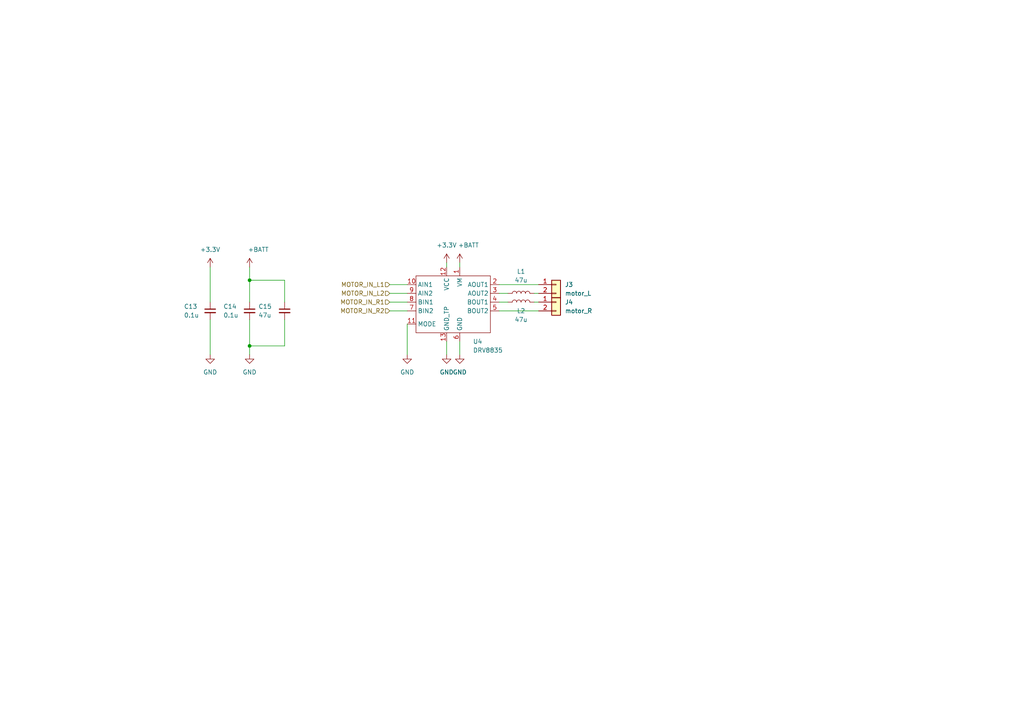
<source format=kicad_sch>
(kicad_sch (version 20231120) (generator "eeschema") (generator_version "8.0")
  (paper "A4")
  (lib_symbols
    (symbol "Connector_Generic:Conn_01x02" (pin_names (offset 1.016) hide)
      (property "Reference" "J" (at 0 2.54 0))
      (property "Value" "Conn_01x02" (at 0 -5.08 0))
      (symbol "Conn_01x02_1_1"
        (rectangle (start -1.27 -2.413) (end 0 -2.667) (stroke (width 0.1524)))
        (rectangle (start -1.27 0.127) (end 0 -0.127) (stroke (width 0.1524)))
        (rectangle (start -1.27 1.27) (end 1.27 -3.81) (stroke (width 0.254)) (fill (type background)))
        (pin passive line (at -5.08 0 0) (length 3.81) (name "Pin_1") (number "1"))
        (pin passive line (at -5.08 -2.54 0) (length 3.81) (name "Pin_2") (number "2"))
      )
    )
    (symbol "Device:C_Small" (pin_numbers hide) (pin_names (offset 0.254) hide)
      (property "Reference" "C" (at 0.254 1.778 0))
      (property "Value" "C_Small" (at 0.254 -2.032 0))
      (symbol "C_Small_0_1"
        (polyline (pts (xy -1.524 -0.508) (xy 1.524 -0.508)) (stroke (width 0.3302)))
        (polyline (pts (xy -1.524 0.508) (xy 1.524 0.508)) (stroke (width 0.3048)))
      )
      (symbol "C_Small_1_1"
        (pin passive line (at 0 2.54 270) (length 2.032) (name "~") (number "1"))
        (pin passive line (at 0 -2.54 90) (length 2.032) (name "~") (number "2"))
      )
    )
    (symbol "Device:L" (pin_numbers hide) (pin_names (offset 1.016) hide)
      (property "Reference" "L" (at -1.27 0 90))
      (property "Value" "L" (at 1.905 0 90))
      (symbol "L_0_1"
        (arc (start 0 -2.54) (mid 0.6323 -1.905) (end 0 -1.27))
        (arc (start 0 -1.27) (mid 0.6323 -0.635) (end 0 0))
        (arc (start 0 0) (mid 0.6323 0.635) (end 0 1.27))
        (arc (start 0 1.27) (mid 0.6323 1.905) (end 0 2.54))
      )
      (symbol "L_1_1"
        (pin passive line (at 0 3.81 270) (length 1.27) (name "1") (number "1"))
        (pin passive line (at 0 -3.81 90) (length 1.27) (name "2") (number "2"))
      )
    )
    (symbol "My_Device:DRV8835"
      (property "Reference" "U" (at 0 0 0))
      (property "Value" "DRV8835" (at 0 -2.54 0))
      (symbol "DRV8835_0_1"
        (polyline (pts (xy -10.16 -11.43) (xy 11.43 -11.43) (xy 11.43 -27.94) (xy -10.16 -27.94) (xy -10.16 -11.43)))
      )
      (symbol "DRV8835_1_1"
        (pin input line (at 2.54 -8.89 270) (length 2.54) (name "VM") (number "1"))
        (pin input line (at -12.7 -13.97 0) (length 2.54) (name "AIN1") (number "10"))
        (pin input line (at -12.7 -25.4 0) (length 2.54) (name "MODE") (number "11"))
        (pin input line (at -1.27 -8.89 270) (length 2.54) (name "VCC") (number "12"))
        (pin input line (at -1.27 -30.48 90) (length 2.54) (name "GND_TP") (number "13"))
        (pin input line (at 13.97 -13.97 180) (length 2.54) (name "AOUT1") (number "2"))
        (pin input line (at 13.97 -16.51 180) (length 2.54) (name "AOUT2") (number "3"))
        (pin input line (at 13.97 -19.05 180) (length 2.54) (name "BOUT1") (number "4"))
        (pin input line (at 13.97 -21.59 180) (length 2.54) (name "BOUT2") (number "5"))
        (pin input line (at 2.54 -30.48 90) (length 2.54) (name "GND") (number "6"))
        (pin input line (at -12.7 -21.59 0) (length 2.54) (name "BIN2") (number "7"))
        (pin input line (at -12.7 -19.05 0) (length 2.54) (name "BIN1") (number "8"))
        (pin input line (at -12.7 -16.51 0) (length 2.54) (name "AIN2") (number "9"))
      )
    )
    (symbol "power:+3.3V" (power) (pin_names (offset 0))
      (property "Value" "+3.3V" (at 0 3.556 0))
      (symbol "+3.3V_0_1"
        (polyline (pts (xy -0.762 1.27) (xy 0 2.54)))
        (polyline (pts (xy 0 0) (xy 0 2.54)))
        (polyline (pts (xy 0 2.54) (xy 0.762 1.27)))
      )
      (symbol "+3.3V_1_1"
        (pin power_in line (at 0 0 90) (length 0) hide (name "+3.3V") (number "1"))
      )
    )
    (symbol "power:+BATT" (power) (pin_names (offset 0))
      (property "Value" "+BATT" (at 0 3.556 0))
      (symbol "+BATT_0_1"
        (polyline (pts (xy -0.762 1.27) (xy 0 2.54)))
        (polyline (pts (xy 0 0) (xy 0 2.54)))
        (polyline (pts (xy 0 2.54) (xy 0.762 1.27)))
      )
      (symbol "+BATT_1_1"
        (pin power_in line (at 0 0 90) (length 0) hide (name "+BATT") (number "1"))
      )
    )
    (symbol "power:GND" (power) (pin_names (offset 0))
      (property "Value" "GND" (at 0 -3.81 0))
      (symbol "GND_0_1"
        (polyline (pts (xy 0 0) (xy 0 -1.27) (xy 1.27 -1.27) (xy 0 -2.54) (xy -1.27 -1.27) (xy 0 -1.27)))
      )
      (symbol "GND_1_1"
        (pin power_in line (at 0 0 270) (length 0) hide (name "GND") (number "1"))
      )
    )
  )
  (junction (at 72.39 100.33))
  (junction (at 72.39 81.28))
  (wire (pts (xy 144.78 82.55) (xy 156.21 82.55)))
  (wire (pts (xy 60.96 102.87) (xy 60.96 92.71)))
  (wire (pts (xy 113.03 87.63) (xy 118.11 87.63)))
  (wire (pts (xy 133.35 76.2) (xy 133.35 77.47)))
  (wire (pts (xy 133.35 99.06) (xy 133.35 102.87)))
  (wire (pts (xy 72.39 100.33) (xy 82.55 100.33)))
  (wire (pts (xy 113.03 85.09) (xy 118.11 85.09)))
  (wire (pts (xy 129.54 76.2) (xy 129.54 77.47)))
  (wire (pts (xy 113.03 90.17) (xy 118.11 90.17)))
  (wire (pts (xy 144.78 87.63) (xy 147.32 87.63)))
  (wire (pts (xy 82.55 81.28) (xy 82.55 87.63)))
  (wire (pts (xy 129.54 99.06) (xy 129.54 102.87)))
  (wire (pts (xy 144.78 85.09) (xy 147.32 85.09)))
  (wire (pts (xy 118.11 93.98) (xy 118.11 102.87)))
  (wire (pts (xy 113.03 82.55) (xy 118.11 82.55)))
  (wire (pts (xy 154.94 87.63) (xy 156.21 87.63)))
  (wire (pts (xy 72.39 81.28) (xy 82.55 81.28)))
  (wire (pts (xy 154.94 85.09) (xy 156.21 85.09)))
  (wire (pts (xy 72.39 102.87) (xy 72.39 100.33)))
  (wire (pts (xy 72.39 100.33) (xy 72.39 92.71)))
  (wire (pts (xy 72.39 77.47) (xy 72.39 81.28)))
  (wire (pts (xy 60.96 77.47) (xy 60.96 87.63)))
  (wire (pts (xy 82.55 100.33) (xy 82.55 92.71)))
  (wire (pts (xy 144.78 90.17) (xy 156.21 90.17)))
  (wire (pts (xy 72.39 81.28) (xy 72.39 87.63)))
  (hierarchical_label "MOTOR_IN_R1" (shape input) (at 113.03 87.63 180))
  (hierarchical_label "MOTOR_IN_R2" (shape input) (at 113.03 90.17 180))
  (hierarchical_label "MOTOR_IN_L2" (shape input) (at 113.03 85.09 180))
  (hierarchical_label "MOTOR_IN_L1" (shape input) (at 113.03 82.55 180))
  (symbol (lib_id "Device:C_Small") (at 82.55 90.17 0) (unit 1)
    (property "Reference" "C15" (at 74.93 88.9 0) (effects (justify left)))
    (property "Value" "47u" (at 74.93 91.44 0) (effects (justify left)))
    (property "Footprint" "Capacitor_SMD:C_0402_1005Metric" (effects (hide yes)))
  )
  (symbol (lib_id "power:GND") (at 133.35 102.87 0) (unit 1)
    (property "Reference" "#PWR024" (effects (hide yes)))
    (property "Value" "GND" (at 133.35 107.95 0))
  )
  (symbol (lib_id "Device:L") (at 151.13 87.63 90) (unit 1)
    (property "Reference" "L2" (at 151.13 90.17 90))
    (property "Value" "47u" (at 151.13 92.71 90))
    (property "Footprint" "Inductor_SMD:L_0603_1608Metric_Pad1.05x0.95mm_HandSolder" (effects (hide yes)))
  )
  (symbol (lib_id "power:+BATT") (at 133.35 76.2 0) (unit 1)
    (property "Reference" "#PWR023" (effects (hide yes)))
    (property "Value" "+BATT" (at 135.89 71.12 0))
  )
  (symbol (lib_id "power:+BATT") (at 72.39 77.47 0) (unit 1)
    (property "Reference" "#PWR018" (effects (hide yes)))
    (property "Value" "+BATT" (at 74.93 72.39 0))
  )
  (symbol (lib_id "power:GND") (at 60.96 102.87 0) (unit 1)
    (property "Reference" "#PWR017" (effects (hide yes)))
    (property "Value" "GND" (at 60.96 107.95 0))
  )
  (symbol (lib_id "Device:C_Small") (at 72.39 90.17 0) (unit 1)
    (property "Reference" "C14" (at 64.77 88.9 0) (effects (justify left)))
    (property "Value" "0.1u" (at 64.77 91.44 0) (effects (justify left)))
    (property "Footprint" "Capacitor_SMD:C_0201_0603Metric" (effects (hide yes)))
  )
  (symbol (lib_id "Connector_Generic:Conn_01x02") (at 161.29 87.63 0) (unit 1)
    (property "Reference" "J4" (at 163.83 87.6299 0) (effects (justify left)))
    (property "Value" "motor_R" (at 163.83 90.1699 0) (effects (justify left)))
    (property "Footprint" "Connector_PinHeader_1.00mm:PinHeader_1x02_P1.00mm_Vertical" (effects (hide yes)))
  )
  (symbol (lib_id "Connector_Generic:Conn_01x02") (at 161.29 82.55 0) (unit 1)
    (property "Reference" "J3" (at 163.83 82.5499 0) (effects (justify left)))
    (property "Value" "motor_L" (at 163.83 85.0899 0) (effects (justify left)))
    (property "Footprint" "Connector_PinHeader_1.00mm:PinHeader_1x02_P1.00mm_Vertical" (effects (hide yes)))
  )
  (symbol (lib_id "power:GND") (at 72.39 102.87 0) (unit 1)
    (property "Reference" "#PWR019" (effects (hide yes)))
    (property "Value" "GND" (at 72.39 107.95 0))
  )
  (symbol (lib_id "power:+3.3V") (at 129.54 76.2 0) (unit 1)
    (property "Reference" "#PWR021" (effects (hide yes)))
    (property "Value" "+3.3V" (at 129.54 71.12 0))
  )
  (symbol (lib_id "power:+3.3V") (at 60.96 77.47 0) (unit 1)
    (property "Reference" "#PWR016" (effects (hide yes)))
    (property "Value" "+3.3V" (at 60.96 72.39 0))
  )
  (symbol (lib_id "Device:L") (at 151.13 85.09 90) (unit 1)
    (property "Reference" "L1" (at 151.13 78.74 90))
    (property "Value" "47u" (at 151.13 81.28 90))
    (property "Footprint" "Inductor_SMD:L_0603_1608Metric_Pad1.05x0.95mm_HandSolder" (effects (hide yes)))
  )
  (symbol (lib_id "power:GND") (at 118.11 102.87 0) (unit 1)
    (property "Reference" "#PWR020" (effects (hide yes)))
    (property "Value" "GND" (at 118.11 107.95 0))
  )
  (symbol (lib_id "Device:C_Small") (at 60.96 90.17 0) (unit 1)
    (property "Reference" "C13" (at 53.34 88.9 0) (effects (justify left)))
    (property "Value" "0.1u" (at 53.34 91.44 0) (effects (justify left)))
    (property "Footprint" "Capacitor_SMD:C_0201_0603Metric" (effects (hide yes)))
  )
  (symbol (lib_id "power:GND") (at 129.54 102.87 0) (unit 1)
    (property "Reference" "#PWR022" (effects (hide yes)))
    (property "Value" "GND" (at 129.54 107.95 0))
  )
  (symbol (lib_id "My_Device:DRV8835") (at 130.81 68.58 0) (unit 1)
    (property "Reference" "U4" (at 137.16 99.06 0) (effects (justify left)))
    (property "Value" "DRV8835" (at 137.16 101.6 0) (effects (justify left)))
    (property "Footprint" "omni:DRV8835" (effects (hide yes)))
  )
)
</source>
